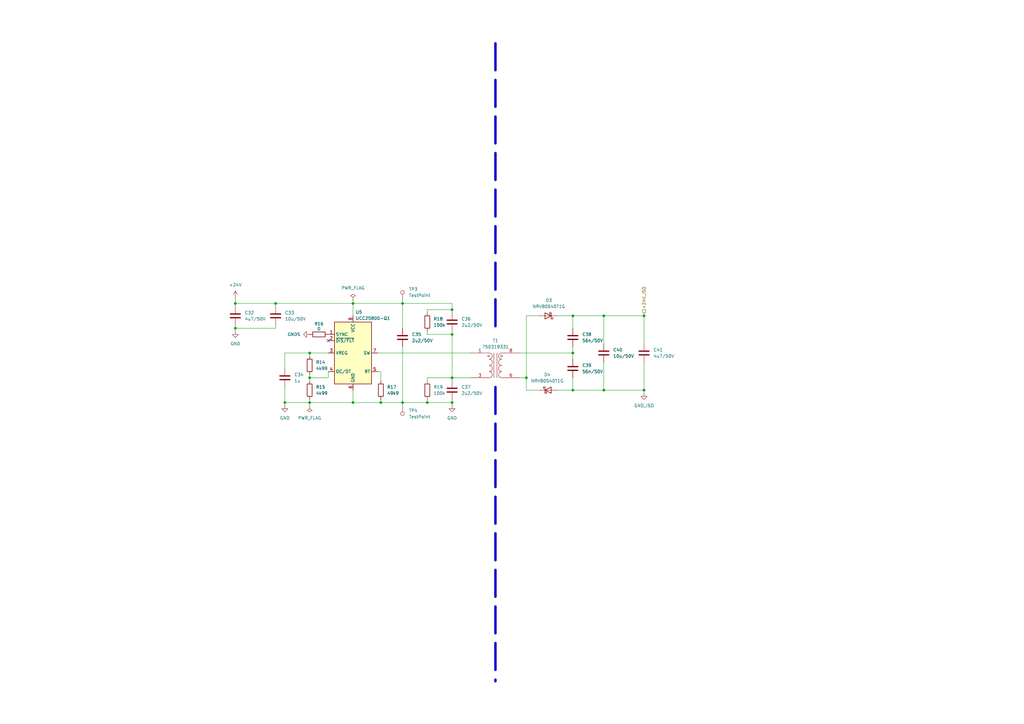
<source format=kicad_sch>
(kicad_sch (version 20250114) (generator "eeschema") (generator_version "9.0")
  (paper "A3")
  (lib_symbols
    (symbol "Connector:TestPoint" (pin_numbers (hide yes)) (pin_names (offset 0.762) (hide yes))
      (property "Reference" "TP" (at 0 6.858 0))
      (property "Value" "TestPoint" (at 0 5.08 0))
      (symbol "TestPoint_0_1"
        (circle (center 0 3.302) (radius 0.762))
      )
      (symbol "TestPoint_1_1"
        (pin passive line (at 0 0 90) (length 2.54) (name "1") (number "1"))
      )
    )
    (symbol "Device:C" (pin_numbers (hide yes)) (pin_names (offset 0.254))
      (property "Reference" "C" (at 0.635 2.54 0))
      (property "Value" "C" (at 0.635 -2.54 0))
      (symbol "C_0_1"
        (polyline (pts (xy -2.032 0.762) (xy 2.032 0.762)) (stroke (width 0.508)))
        (polyline (pts (xy -2.032 -0.762) (xy 2.032 -0.762)) (stroke (width 0.508)))
      )
      (symbol "C_1_1"
        (pin passive line (at 0 3.81 270) (length 2.794) (name "~") (number "1"))
        (pin passive line (at 0 -3.81 90) (length 2.794) (name "~") (number "2"))
      )
    )
    (symbol "Device:D_Schottky" (pin_numbers (hide yes)) (pin_names (offset 1.016) (hide yes))
      (property "Reference" "D" (at 0 2.54 0))
      (property "Value" "D_Schottky" (at 0 -2.54 0))
      (symbol "D_Schottky_0_1"
        (polyline (pts (xy -1.905 0.635) (xy -1.905 1.27) (xy -1.27 1.27) (xy -1.27 -1.27) (xy -0.635 -1.27) (xy -0.635 -0.635)) (stroke (width 0.254)))
        (polyline (pts (xy 1.27 1.27) (xy 1.27 -1.27) (xy -1.27 0) (xy 1.27 1.27)) (stroke (width 0.254)))
        (polyline (pts (xy 1.27 0) (xy -1.27 0)))
      )
      (symbol "D_Schottky_1_1"
        (pin passive line (at -3.81 0 0) (length 2.54) (name "K") (number "1"))
        (pin passive line (at 3.81 0 180) (length 2.54) (name "A") (number "2"))
      )
    )
    (symbol "Device:R" (pin_numbers (hide yes)) (pin_names (offset 0))
      (property "Reference" "R" (at 2.032 0 90))
      (property "Value" "R" (at 0 0 90))
      (symbol "R_0_1"
        (rectangle (start -1.016 -2.54) (end 1.016 2.54) (stroke (width 0.254)))
      )
      (symbol "R_1_1"
        (pin passive line (at 0 3.81 270) (length 1.27) (name "~") (number "1"))
        (pin passive line (at 0 -3.81 90) (length 1.27) (name "~") (number "2"))
      )
    )
    (symbol "ETH1CVOLT_A:GND_ISO" (power) (pin_numbers (hide yes)) (pin_names (offset 0) (hide yes))
      (property "Value" "GND_ISO" (at 0 -3.81 0))
      (symbol "GND_ISO_0_1"
        (polyline (pts (xy 0 0) (xy 0 -1.27) (xy 1.27 -1.27) (xy 0 -2.54) (xy -1.27 -1.27) (xy 0 -1.27)))
      )
      (symbol "GND_ISO_1_1"
        (pin power_in line (at 0 0 270) (length 0) (name "~") (number "1"))
      )
    )
    (symbol "Regulator_Controller:UCC25800"
      (property "Reference" "U" (at 6.35 13.335 0))
      (property "Value" "UCC25800" (at 10.16 -15.24 0))
      (symbol "UCC25800_0_1"
        (rectangle (start -7.62 12.7) (end 7.62 -12.7) (stroke (width 0.254)) (fill (type background)))
      )
      (symbol "UCC25800_1_1"
        (pin input line (at -10.16 7.62 0) (length 2.54) (name "SYNC") (number "1"))
        (pin bidirectional line (at -10.16 5.08 0) (length 2.54) (name "~{DIS/FLT}") (number "2"))
        (pin output line (at -10.16 0 0) (length 2.54) (name "VREG") (number "3"))
        (pin input line (at -10.16 -7.62 0) (length 2.54) (name "OC/DT") (number "4"))
        (pin power_in line (at 0 15.24 270) (length 2.54) (name "VCC") (number "8"))
        (pin power_in line (at 0 -15.24 90) (length 2.54) (name "GND") (number "6"))
        (pin passive line (at 0 -15.24 90) (length 2.54) (hide yes) (name "GND") (number "9"))
        (pin output line (at 10.16 0 180) (length 2.54) (name "SW") (number "7"))
        (pin passive line (at 10.16 -7.62 180) (length 2.54) (name "RT") (number "5"))
      )
    )
    (symbol "UCC25800:750319331" (pin_names (offset 1.016) (hide yes))
      (property "Reference" "T" (at 0 6.35 0))
      (property "Value" "750319331" (at 0 -7.62 0))
      (symbol "750319331_0_1"
        (circle (center -2.794 3.81) (radius 0.3592))
        (arc (start -1.27 3.81) (mid -1.656 2.9336) (end -2.54 2.5654))
        (arc (start -1.27 1.27) (mid -1.656 0.3936) (end -2.54 0.0254))
        (arc (start -1.27 -1.27) (mid -1.656 -2.1464) (end -2.54 -2.5146))
        (arc (start -1.27 -3.81) (mid -1.656 -4.6864) (end -2.54 -5.0546))
        (arc (start -2.54 5.08) (mid -1.642 4.708) (end -1.27 3.81))
        (arc (start -2.54 2.54) (mid -1.642 2.168) (end -1.27 1.27))
        (arc (start -2.54 0) (mid -1.642 -0.372) (end -1.27 -1.27))
        (arc (start -2.54 -2.54) (mid -1.642 -2.912) (end -1.27 -3.81))
        (polyline (pts (xy -0.635 5.08) (xy -0.635 -5.08)))
        (polyline (pts (xy 0.635 -5.08) (xy 0.635 5.08)))
        (arc (start 1.2954 3.81) (mid 1.6457 4.7117) (end 2.54 5.08))
        (arc (start 1.2954 1.27) (mid 1.6457 2.1717) (end 2.54 2.54))
        (arc (start 1.2954 -1.27) (mid 1.6457 -0.3683) (end 2.54 0))
        (circle (center 2.54 3.81) (radius 0.3592))
        (arc (start 2.54 2.5654) (mid 1.6599 2.9299) (end 1.2954 3.81))
        (arc (start 2.54 0.0254) (mid 1.6599 0.3899) (end 1.2954 1.27))
        (arc (start 2.54 -2.5146) (mid 1.6599 -2.1501) (end 1.2954 -1.27))
        (arc (start 1.3208 -3.81) (mid 1.6711 -2.9085) (end 2.5654 -2.54))
        (arc (start 2.5654 -5.0546) (mid 1.6851 -4.6902) (end 1.3208 -3.81))
      )
      (symbol "750319331_1_1"
        (pin passive line (at -10.16 5.08 0) (length 7.62) (name "AA") (number "1"))
        (pin passive line (at -10.16 -5.08 0) (length 7.62) (name "AB") (number "3"))
        (pin no_connect non_logic (at -7.62 1.27 0) (length 2.54) (hide yes) (name "") (number "2"))
        (pin no_connect non_logic (at -7.62 -2.54 0) (length 2.54) (hide yes) (name "") (number "4"))
        (pin no_connect non_logic (at 6.35 1.27 180) (length 2.54) (hide yes) (name "") (number "5"))
        (pin no_connect non_logic (at 6.35 -2.54 180) (length 2.54) (hide yes) (name "") (number "7"))
        (pin passive line (at 10.16 5.08 180) (length 7.62) (name "SB") (number "8"))
        (pin passive line (at 10.16 -5.08 180) (length 7.62) (name "SA") (number "6"))
      )
    )
    (symbol "power:+24V" (power) (pin_numbers (hide yes)) (pin_names (offset 0) (hide yes))
      (property "Value" "+24V" (at 0 3.556 0))
      (symbol "+24V_0_1"
        (polyline (pts (xy -0.762 1.27) (xy 0 2.54)))
        (polyline (pts (xy 0 2.54) (xy 0.762 1.27)))
        (polyline (pts (xy 0 0) (xy 0 2.54)))
      )
      (symbol "+24V_1_1"
        (pin power_in line (at 0 0 90) (length 0) (name "~") (number "1"))
      )
    )
    (symbol "power:GND" (power) (pin_numbers (hide yes)) (pin_names (offset 0) (hide yes))
      (property "Value" "GND" (at 0 -3.81 0))
      (symbol "GND_0_1"
        (polyline (pts (xy 0 0) (xy 0 -1.27) (xy 1.27 -1.27) (xy 0 -2.54) (xy -1.27 -1.27) (xy 0 -1.27)))
      )
      (symbol "GND_1_1"
        (pin power_in line (at 0 0 270) (length 0) (name "~") (number "1"))
      )
    )
    (symbol "power:GNDS" (power) (pin_numbers (hide yes)) (pin_names (offset 0) (hide yes))
      (property "Value" "GNDS" (at 0 -3.81 0))
      (symbol "GNDS_0_1"
        (polyline (pts (xy 0 0) (xy 0 -1.27) (xy 1.27 -1.27) (xy 0 -2.54) (xy -1.27 -1.27) (xy 0 -1.27)))
      )
      (symbol "GNDS_1_1"
        (pin power_in line (at 0 0 270) (length 0) (name "~") (number "1"))
      )
    )
    (symbol "power:PWR_FLAG" (power) (pin_numbers (hide yes)) (pin_names (offset 0) (hide yes))
      (property "Value" "PWR_FLAG" (at 0 3.81 0))
      (symbol "PWR_FLAG_0_0"
        (pin power_out line (at 0 0 90) (length 0) (name "~") (number "1"))
      )
      (symbol "PWR_FLAG_0_1"
        (polyline (pts (xy 0 0) (xy 0 1.27) (xy -1.016 1.905) (xy 0 2.54) (xy 1.016 1.905) (xy 0 1.27)))
      )
    )
  )
  (junction (at 144.78 124.46))
  (junction (at 215.9 154.94))
  (junction (at 165.1 124.46))
  (junction (at 96.52 124.46))
  (junction (at 247.65 129.54))
  (junction (at 185.42 127))
  (junction (at 113.03 124.46))
  (junction (at 127 144.78))
  (junction (at 185.42 165.1))
  (junction (at 156.21 165.1))
  (junction (at 144.78 165.1))
  (junction (at 165.1 165.1))
  (junction (at 234.95 160.02))
  (junction (at 185.42 154.94))
  (junction (at 185.42 137.16))
  (junction (at 175.26 165.1))
  (junction (at 96.52 134.62))
  (junction (at 127 154.94))
  (junction (at 127 165.1))
  (junction (at 247.65 160.02))
  (junction (at 234.95 144.78))
  (junction (at 234.95 129.54))
  (junction (at 116.84 165.1))
  (junction (at 264.16 129.54))
  (junction (at 264.16 160.02))
  (no_connect (at 134.62 139.7))
  (wire (pts (xy 234.95 154.94) (xy 234.95 160.02)))
  (wire (pts (xy 234.95 129.54) (xy 247.65 129.54)))
  (wire (pts (xy 185.42 165.1) (xy 185.42 163.83)))
  (wire (pts (xy 144.78 123.19) (xy 144.78 124.46)))
  (wire (pts (xy 165.1 142.24) (xy 165.1 165.1)))
  (wire (pts (xy 264.16 148.59) (xy 264.16 160.02)))
  (wire (pts (xy 264.16 160.02) (xy 264.16 161.29)))
  (wire (pts (xy 144.78 160.02) (xy 144.78 165.1)))
  (wire (pts (xy 127 163.83) (xy 127 165.1)))
  (wire (pts (xy 175.26 128.27) (xy 175.26 127)))
  (wire (pts (xy 127 165.1) (xy 127 166.37)))
  (wire (pts (xy 185.42 137.16) (xy 185.42 154.94)))
  (wire (pts (xy 234.95 147.32) (xy 234.95 144.78)))
  (wire (pts (xy 247.65 129.54) (xy 247.65 140.97)))
  (wire (pts (xy 185.42 154.94) (xy 185.42 156.21)))
  (wire (pts (xy 215.9 160.02) (xy 220.98 160.02)))
  (wire (pts (xy 234.95 129.54) (xy 228.6 129.54)))
  (polyline (pts (xy 203.2 158.75) (xy 203.2 279.4)) (stroke (width 1) (type dash)))
  (wire (pts (xy 247.65 148.59) (xy 247.65 160.02)))
  (wire (pts (xy 134.62 152.4) (xy 134.62 154.94)))
  (wire (pts (xy 113.03 125.73) (xy 113.03 124.46)))
  (wire (pts (xy 165.1 123.19) (xy 165.1 124.46)))
  (wire (pts (xy 165.1 124.46) (xy 165.1 134.62)))
  (wire (pts (xy 247.65 160.02) (xy 264.16 160.02)))
  (wire (pts (xy 175.26 135.89) (xy 175.26 137.16)))
  (wire (pts (xy 116.84 158.75) (xy 116.84 165.1)))
  (wire (pts (xy 215.9 129.54) (xy 220.98 129.54)))
  (wire (pts (xy 154.94 152.4) (xy 156.21 152.4)))
  (wire (pts (xy 154.94 144.78) (xy 193.04 144.78)))
  (wire (pts (xy 127 144.78) (xy 134.62 144.78)))
  (wire (pts (xy 127 154.94) (xy 134.62 154.94)))
  (wire (pts (xy 96.52 133.35) (xy 96.52 134.62)))
  (wire (pts (xy 215.9 154.94) (xy 215.9 129.54)))
  (wire (pts (xy 234.95 160.02) (xy 228.6 160.02)))
  (wire (pts (xy 213.36 144.78) (xy 234.95 144.78)))
  (wire (pts (xy 175.26 137.16) (xy 185.42 137.16)))
  (wire (pts (xy 185.42 154.94) (xy 193.04 154.94)))
  (wire (pts (xy 175.26 163.83) (xy 175.26 165.1)))
  (wire (pts (xy 185.42 127) (xy 185.42 124.46)))
  (wire (pts (xy 165.1 165.1) (xy 165.1 166.37)))
  (wire (pts (xy 116.84 165.1) (xy 127 165.1)))
  (wire (pts (xy 96.52 124.46) (xy 113.03 124.46)))
  (wire (pts (xy 247.65 129.54) (xy 264.16 129.54)))
  (wire (pts (xy 96.52 134.62) (xy 113.03 134.62)))
  (wire (pts (xy 127 146.05) (xy 127 144.78)))
  (wire (pts (xy 175.26 165.1) (xy 185.42 165.1)))
  (wire (pts (xy 264.16 128.27) (xy 264.16 129.54)))
  (wire (pts (xy 127 154.94) (xy 127 156.21)))
  (wire (pts (xy 185.42 128.27) (xy 185.42 127)))
  (wire (pts (xy 175.26 156.21) (xy 175.26 154.94)))
  (wire (pts (xy 127 144.78) (xy 116.84 144.78)))
  (wire (pts (xy 116.84 144.78) (xy 116.84 151.13)))
  (wire (pts (xy 185.42 135.89) (xy 185.42 137.16)))
  (wire (pts (xy 113.03 124.46) (xy 144.78 124.46)))
  (wire (pts (xy 113.03 134.62) (xy 113.03 133.35)))
  (wire (pts (xy 156.21 165.1) (xy 165.1 165.1)))
  (wire (pts (xy 165.1 124.46) (xy 185.42 124.46)))
  (wire (pts (xy 213.36 154.94) (xy 215.9 154.94)))
  (wire (pts (xy 175.26 127) (xy 185.42 127)))
  (wire (pts (xy 144.78 124.46) (xy 165.1 124.46)))
  (wire (pts (xy 156.21 152.4) (xy 156.21 156.21)))
  (wire (pts (xy 144.78 165.1) (xy 127 165.1)))
  (wire (pts (xy 234.95 129.54) (xy 234.95 134.62)))
  (wire (pts (xy 185.42 165.1) (xy 185.42 166.37)))
  (wire (pts (xy 234.95 142.24) (xy 234.95 144.78)))
  (polyline (pts (xy 203.2 17.78) (xy 203.2 137.16)) (stroke (width 1) (type dash)))
  (wire (pts (xy 96.52 121.92) (xy 96.52 124.46)))
  (wire (pts (xy 165.1 165.1) (xy 175.26 165.1)))
  (wire (pts (xy 156.21 165.1) (xy 144.78 165.1)))
  (wire (pts (xy 264.16 129.54) (xy 264.16 140.97)))
  (wire (pts (xy 144.78 129.54) (xy 144.78 124.46)))
  (wire (pts (xy 156.21 163.83) (xy 156.21 165.1)))
  (wire (pts (xy 127 153.67) (xy 127 154.94)))
  (wire (pts (xy 96.52 134.62) (xy 96.52 135.89)))
  (wire (pts (xy 215.9 154.94) (xy 215.9 160.02)))
  (wire (pts (xy 96.52 124.46) (xy 96.52 125.73)))
  (wire (pts (xy 175.26 154.94) (xy 185.42 154.94)))
  (wire (pts (xy 247.65 160.02) (xy 234.95 160.02)))
  (wire (pts (xy 116.84 165.1) (xy 116.84 166.37)))
  (hierarchical_label "+24V_ISO" (shape passive) (at 264.16 128.27 90))
  (symbol (lib_id "Device:R") (at 156.21 160.02 0) (unit 1)
    (property "Reference" "R17" (at 158.75 158.7499 0) (effects (justify left)))
    (property "Value" "49k9" (at 158.75 161.2899 0) (effects (justify left)))
    (property "Footprint" "Resistor_SMD:R_0603_1608Metric_Pad0.98x0.95mm_HandSolder" (effects (hide yes)))
    (property "Description" "Resistor" (effects (hide yes)))
    (instances (project "" (path "" (reference "R17") (unit 1)) (path "" (reference "R23") (unit 1)) (path "" (reference "R29") (unit 1))))
  )
  (symbol (lib_id "Device:C") (at 234.95 151.13 0) (unit 1)
    (property "Reference" "C39" (at 238.76 149.8599 0) (effects (justify left)))
    (property "Value" "56n/50V" (at 238.76 152.3999 0) (effects (justify left)))
    (property "Footprint" "Capacitor_SMD:C_0603_1608Metric_Pad1.08x0.95mm_HandSolder" (effects (hide yes)))
    (property "Description" "Unpolarized capacitor" (effects (hide yes)))
    (instances (project "ETH1CVOLT_A" (path "" (reference "C39") (unit 1)) (path "" (reference "C49") (unit 1)) (path "" (reference "C59") (unit 1))))
  )
  (symbol (lib_id "Device:R") (at 130.81 137.16 90) (unit 1)
    (property "Reference" "R16" (at 130.81 132.842 90))
    (property "Value" "0" (at 130.81 134.874 90))
    (property "Footprint" "Resistor_SMD:R_0603_1608Metric_Pad0.98x0.95mm_HandSolder" (effects (hide yes)))
    (property "Description" "Resistor" (effects (hide yes)))
    (instances (project "" (path "" (reference "R16") (unit 1)) (path "" (reference "R22") (unit 1)) (path "" (reference "R28") (unit 1))))
  )
  (symbol (lib_id "Device:C") (at 247.65 144.78 0) (unit 1)
    (property "Reference" "C40" (at 251.46 143.5099 0) (effects (justify left)))
    (property "Value" "10u/50V" (at 251.46 146.0499 0) (effects (justify left)))
    (property "Footprint" "Capacitor_SMD:C_1210_3225Metric_Pad1.33x2.70mm_HandSolder" (effects (hide yes)))
    (property "Description" "Unpolarized capacitor" (effects (hide yes)))
    (instances (project "ETH1CVOLT_A" (path "" (reference "C40") (unit 1)) (path "" (reference "C50") (unit 1)) (path "" (reference "C60") (unit 1))))
  )
  (symbol (lib_id "power:PWR_FLAG") (at 127 166.37 180) (unit 1)
    (property "Reference" "#FLG07" (effects (hide yes)))
    (property "Value" "PWR_FLAG" (at 127 171.45 0))
    (property "Description" "Special symbol for telling ERC where power comes from" (effects (hide yes)))
    (instances (project "" (path "" (reference "#FLG07") (unit 1)) (path "" (reference "#FLG09") (unit 1)) (path "" (reference "#FLG011") (unit 1))))
  )
  (symbol (lib_id "UCC25800:750319331") (at 203.2 149.86 0) (unit 1)
    (property "Reference" "T1" (at 203.2127 139.7 0))
    (property "Value" "750319331" (at 203.2127 142.24 0))
    (property "Footprint" "ETH1CVOLT_A:750319331" (effects (hide yes)))
    (property "Datasheet" "https://www.we-online.com/components/products/datasheet/750319331.pdf" (effects (hide yes)))
    (property "Description" "Transformer, single primary, single secondary" (effects (hide yes)))
    (instances (project "" (path "" (reference "T1") (unit 1)) (path "" (reference "T2") (unit 1)) (path "" (reference "T3") (unit 1))))
  )
  (symbol (lib_id "power:GNDS") (at 127 137.16 270) (unit 1)
    (property "Reference" "#PWR059" (effects (hide yes)))
    (property "Value" "GNDS" (at 123.19 137.1599 90) (effects (justify right)))
    (property "Description" "Power symbol creates a global label with name \"GNDS\" , signal ground" (effects (hide yes)))
    (instances (project "" (path "" (reference "#PWR059") (unit 1)) (path "" (reference "#PWR065") (unit 1)) (path "" (reference "#PWR071") (unit 1))))
  )
  (symbol (lib_id "power:GND") (at 185.42 166.37 0) (unit 1)
    (property "Reference" "#PWR060" (effects (hide yes)))
    (property "Value" "GND" (at 185.42 171.45 0))
    (property "Description" "Power symbol creates a global label with name \"GND\" , ground" (effects (hide yes)))
    (instances (project "ETH1CVOLT_A" (path "" (reference "#PWR060") (unit 1)) (path "" (reference "#PWR066") (unit 1)) (path "" (reference "#PWR072") (unit 1))))
  )
  (symbol (lib_id "Device:C") (at 96.52 129.54 0) (unit 1)
    (property "Reference" "C32" (at 100.33 128.2699 0) (effects (justify left)))
    (property "Value" "4u7/50V" (at 100.33 130.8099 0) (effects (justify left)))
    (property "Footprint" "Capacitor_SMD:C_1210_3225Metric_Pad1.33x2.70mm_HandSolder" (effects (hide yes)))
    (property "Description" "Unpolarized capacitor" (effects (hide yes)))
    (instances (project "ETH1CVOLT_A" (path "" (reference "C32") (unit 1)) (path "" (reference "C42") (unit 1)) (path "" (reference "C52") (unit 1))))
  )
  (symbol (lib_id "Device:C") (at 185.42 132.08 0) (unit 1)
    (property "Reference" "C36" (at 189.23 130.8099 0) (effects (justify left)))
    (property "Value" "2u2/50V" (at 189.23 133.3499 0) (effects (justify left)))
    (property "Footprint" "Capacitor_SMD:C_1206_3216Metric_Pad1.33x1.80mm_HandSolder" (effects (hide yes)))
    (property "Description" "Unpolarized capacitor" (effects (hide yes)))
    (instances (project "ETH1CVOLT_A" (path "" (reference "C36") (unit 1)) (path "" (reference "C46") (unit 1)) (path "" (reference "C56") (unit 1))))
  )
  (symbol (lib_id "Device:C") (at 185.42 160.02 0) (unit 1)
    (property "Reference" "C37" (at 189.23 158.7499 0) (effects (justify left)))
    (property "Value" "2u2/50V" (at 189.23 161.2899 0) (effects (justify left)))
    (property "Footprint" "Capacitor_SMD:C_1206_3216Metric_Pad1.33x1.80mm_HandSolder" (effects (hide yes)))
    (property "Description" "Unpolarized capacitor" (effects (hide yes)))
    (instances (project "" (path "" (reference "C37") (unit 1)) (path "" (reference "C47") (unit 1)) (path "" (reference "C57") (unit 1))))
  )
  (symbol (lib_id "power:PWR_FLAG") (at 144.78 123.19 0) (unit 1)
    (property "Reference" "#FLG08" (effects (hide yes)))
    (property "Value" "PWR_FLAG" (at 144.78 118.11 0))
    (property "Description" "Special symbol for telling ERC where power comes from" (effects (hide yes)))
    (instances (project "" (path "" (reference "#FLG08") (unit 1)) (path "" (reference "#FLG010") (unit 1)) (path "" (reference "#FLG012") (unit 1))))
  )
  (symbol (lib_id "Device:R") (at 127 160.02 0) (unit 1)
    (property "Reference" "R15" (at 129.54 158.7499 0) (effects (justify left)))
    (property "Value" "4k99" (at 129.54 161.2899 0) (effects (justify left)))
    (property "Footprint" "Resistor_SMD:R_0603_1608Metric_Pad0.98x0.95mm_HandSolder" (effects (hide yes)))
    (property "Description" "Resistor" (effects (hide yes)))
    (instances (project "ETH1CVOLT_A" (path "" (reference "R15") (unit 1)) (path "" (reference "R21") (unit 1)) (path "" (reference "R27") (unit 1))))
  )
  (symbol (lib_id "Device:R") (at 175.26 132.08 0) (unit 1)
    (property "Reference" "R18" (at 177.8 130.8099 0) (effects (justify left)))
    (property "Value" "100k" (at 177.8 133.3499 0) (effects (justify left)))
    (property "Footprint" "Resistor_SMD:R_0603_1608Metric_Pad0.98x0.95mm_HandSolder" (effects (hide yes)))
    (property "Description" "Resistor" (effects (hide yes)))
    (instances (project "ETH1CVOLT_A" (path "" (reference "R18") (unit 1)) (path "" (reference "R24") (unit 1)) (path "" (reference "R30") (unit 1))))
  )
  (symbol (lib_id "Device:R") (at 127 149.86 0) (unit 1)
    (property "Reference" "R14" (at 129.54 148.5899 0) (effects (justify left)))
    (property "Value" "4k99" (at 129.54 151.1299 0) (effects (justify left)))
    (property "Footprint" "Resistor_SMD:R_0603_1608Metric_Pad0.98x0.95mm_HandSolder" (effects (hide yes)))
    (property "Description" "Resistor" (effects (hide yes)))
    (instances (project "" (path "" (reference "R14") (unit 1)) (path "" (reference "R20") (unit 1)) (path "" (reference "R26") (unit 1))))
  )
  (symbol (lib_id "Device:D_Schottky") (at 224.79 160.02 0) (unit 1)
    (property "Reference" "D4" (at 224.4725 153.67 0))
    (property "Value" "NRVB0540T1G" (at 224.4725 156.21 0))
    (property "Footprint" "Diode_SMD:D_SOD-123" (effects (hide yes)))
    (property "Description" "Schottky diode" (effects (hide yes)))
    (instances (project "" (path "" (reference "D4") (unit 1)) (path "" (reference "D6") (unit 1)) (path "" (reference "D8") (unit 1))))
  )
  (symbol (lib_id "power:GND") (at 96.52 135.89 0) (unit 1)
    (property "Reference" "#PWR057" (effects (hide yes)))
    (property "Value" "GND" (at 96.52 140.97 0))
    (property "Description" "Power symbol creates a global label with name \"GND\" , ground" (effects (hide yes)))
    (instances (project "ETH1CVOLT_A" (path "" (reference "#PWR057") (unit 1)) (path "" (reference "#PWR063") (unit 1)) (path "" (reference "#PWR069") (unit 1))))
  )
  (symbol (lib_id "Device:C") (at 165.1 138.43 0) (unit 1)
    (property "Reference" "C35" (at 168.91 137.1599 0) (effects (justify left)))
    (property "Value" "2u2/50V" (at 168.91 139.6999 0) (effects (justify left)))
    (property "Footprint" "Capacitor_SMD:C_1206_3216Metric_Pad1.33x1.80mm_HandSolder" (effects (hide yes)))
    (property "Description" "Unpolarized capacitor" (effects (hide yes)))
    (instances (project "ETH1CVOLT_A" (path "" (reference "C35") (unit 1)) (path "" (reference "C45") (unit 1)) (path "" (reference "C55") (unit 1))))
  )
  (symbol (lib_id "Device:C") (at 113.03 129.54 0) (unit 1)
    (property "Reference" "C33" (at 116.84 128.2699 0) (effects (justify left)))
    (property "Value" "10u/50V" (at 116.84 130.8099 0) (effects (justify left)))
    (property "Footprint" "Capacitor_SMD:C_1210_3225Metric_Pad1.33x2.70mm_HandSolder" (effects (hide yes)))
    (property "Description" "Unpolarized capacitor" (effects (hide yes)))
    (instances (project "ETH1CVOLT_A" (path "" (reference "C33") (unit 1)) (path "" (reference "C43") (unit 1)) (path "" (reference "C53") (unit 1))))
  )
  (symbol (lib_id "Device:C") (at 264.16 144.78 0) (unit 1)
    (property "Reference" "C41" (at 267.97 143.5099 0) (effects (justify left)))
    (property "Value" "4u7/50V" (at 267.97 146.0499 0) (effects (justify left)))
    (property "Footprint" "Capacitor_SMD:C_1210_3225Metric_Pad1.33x2.70mm_HandSolder" (effects (hide yes)))
    (property "Description" "Unpolarized capacitor" (effects (hide yes)))
    (instances (project "ETH1CVOLT_A" (path "" (reference "C41") (unit 1)) (path "" (reference "C51") (unit 1)) (path "" (reference "C61") (unit 1))))
  )
  (symbol (lib_id "Connector:TestPoint") (at 165.1 166.37 180) (unit 1)
    (property "Reference" "TP4" (at 167.64 168.4019 0) (effects (justify right)))
    (property "Value" "TestPoint" (at 167.64 170.9419 0) (effects (justify right)))
    (property "Footprint" "TestPoint:TestPoint_Pad_D2.0mm" (effects (hide yes)))
    (property "Description" "test point" (effects (hide yes)))
    (instances (project "" (path "" (reference "TP4") (unit 1)) (path "" (reference "TP6") (unit 1)) (path "" (reference "TP8") (unit 1))))
  )
  (symbol (lib_id "ETH1CVOLT_A:GND_ISO") (at 264.16 161.29 0) (unit 1)
    (property "Reference" "#PWR061" (effects (hide yes)))
    (property "Value" "GND_ISO" (at 264.16 166.37 0))
    (property "Description" "Power symbol creates a global label with name \"GND\" , ground" (effects (hide yes)))
    (instances (project "" (path "" (reference "#PWR061") (unit 1)) (path "" (reference "#PWR067") (unit 1)) (path "" (reference "#PWR073") (unit 1))))
  )
  (symbol (lib_id "power:GND") (at 116.84 166.37 0) (unit 1)
    (property "Reference" "#PWR058" (effects (hide yes)))
    (property "Value" "GND" (at 116.84 171.45 0))
    (property "Description" "Power symbol creates a global label with name \"GND\" , ground" (effects (hide yes)))
    (instances (project "ETH1CVOLT_A" (path "" (reference "#PWR058") (unit 1)) (path "" (reference "#PWR064") (unit 1)) (path "" (reference "#PWR070") (unit 1))))
  )
  (symbol (lib_id "Device:C") (at 234.95 138.43 0) (unit 1)
    (property "Reference" "C38" (at 238.76 137.1599 0) (effects (justify left)))
    (property "Value" "56n/50V" (at 238.76 139.6999 0) (effects (justify left)))
    (property "Footprint" "Capacitor_SMD:C_0603_1608Metric_Pad1.08x0.95mm_HandSolder" (effects (hide yes)))
    (property "Description" "Unpolarized capacitor" (effects (hide yes)))
    (instances (project "" (path "" (reference "C38") (unit 1)) (path "" (reference "C48") (unit 1)) (path "" (reference "C58") (unit 1))))
  )
  (symbol (lib_id "Device:D_Schottky") (at 224.79 129.54 180) (unit 1)
    (property "Reference" "D3" (at 225.1075 123.19 0))
    (property "Value" "NRVB0540T1G" (at 225.1075 125.73 0))
    (property "Footprint" "Diode_SMD:D_SOD-123" (effects (hide yes)))
    (property "Description" "Schottky diode" (effects (hide yes)))
    (instances (project "" (path "" (reference "D3") (unit 1)) (path "" (reference "D5") (unit 1)) (path "" (reference "D7") (unit 1))))
  )
  (symbol (lib_id "Device:R") (at 175.26 160.02 0) (unit 1)
    (property "Reference" "R19" (at 177.8 158.7499 0) (effects (justify left)))
    (property "Value" "100k" (at 177.8 161.2899 0) (effects (justify left)))
    (property "Footprint" "Resistor_SMD:R_0603_1608Metric_Pad0.98x0.95mm_HandSolder" (effects (hide yes)))
    (property "Description" "Resistor" (effects (hide yes)))
    (instances (project "" (path "" (reference "R19") (unit 1)) (path "" (reference "R25") (unit 1)) (path "" (reference "R31") (unit 1))))
  )
  (symbol (lib_id "Regulator_Controller:UCC25800") (at 144.78 144.78 0) (unit 1)
    (property "Reference" "U5" (at 145.796 128.016 0) (effects (justify left)))
    (property "Value" "UCC25800-Q1" (at 145.796 130.556 0) (effects (justify left)))
    (property "Footprint" "Package_SO:HVSSOP-8-1EP_3x3mm_P0.65mm_EP1.57x1.89mm_ThermalVias" (effects (hide yes)))
    (property "Datasheet" "https://www.ti.com/lit/ds/symlink/ucc25800-q1.pdf" (effects (hide yes)))
    (property "Description" "Ultra-low EMI Transformer Driver for Isolated Bias Supplies, HVSSOP-8" (effects (hide yes)))
    (instances (project "" (path "" (reference "U5") (unit 1)) (path "" (reference "U6") (unit 1)) (path "" (reference "U7") (unit 1))))
  )
  (symbol (lib_id "Device:C") (at 116.84 154.94 0) (unit 1)
    (property "Reference" "C34" (at 120.65 153.6699 0) (effects (justify left)))
    (property "Value" "1u" (at 120.65 156.2099 0) (effects (justify left)))
    (property "Footprint" "Capacitor_SMD:C_0603_1608Metric_Pad1.08x0.95mm_HandSolder" (effects (hide yes)))
    (property "Description" "Unpolarized capacitor" (effects (hide yes)))
    (instances (project "" (path "" (reference "C34") (unit 1)) (path "" (reference "C44") (unit 1)) (path "" (reference "C54") (unit 1))))
  )
  (symbol (lib_id "power:+24V") (at 96.52 121.92 0) (unit 1)
    (property "Reference" "#PWR056" (effects (hide yes)))
    (property "Value" "+24V" (at 96.52 116.84 0))
    (property "Description" "Power symbol creates a global label with name \"+24V\"" (effects (hide yes)))
    (instances (project "" (path "" (reference "#PWR056") (unit 1)) (path "" (reference "#PWR062") (unit 1)) (path "" (reference "#PWR068") (unit 1))))
  )
  (symbol (lib_id "Connector:TestPoint") (at 165.1 123.19 0) (unit 1)
    (property "Reference" "TP3" (at 167.64 118.6179 0) (effects (justify left)))
    (property "Value" "TestPoint" (at 167.64 121.1579 0) (effects (justify left)))
    (property "Footprint" "TestPoint:TestPoint_Pad_D2.0mm" (effects (hide yes)))
    (property "Description" "test point" (effects (hide yes)))
    (instances (project "" (path "" (reference "TP3") (unit 1)) (path "" (reference "TP5") (unit 1)) (path "" (reference "TP7") (unit 1))))
  )
)
</source>
